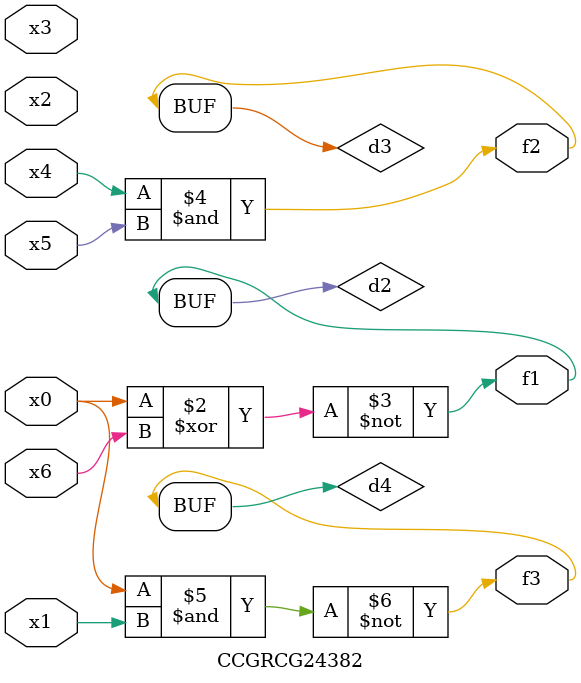
<source format=v>
module CCGRCG24382(
	input x0, x1, x2, x3, x4, x5, x6,
	output f1, f2, f3
);

	wire d1, d2, d3, d4;

	nor (d1, x0);
	xnor (d2, x0, x6);
	and (d3, x4, x5);
	nand (d4, x0, x1);
	assign f1 = d2;
	assign f2 = d3;
	assign f3 = d4;
endmodule

</source>
